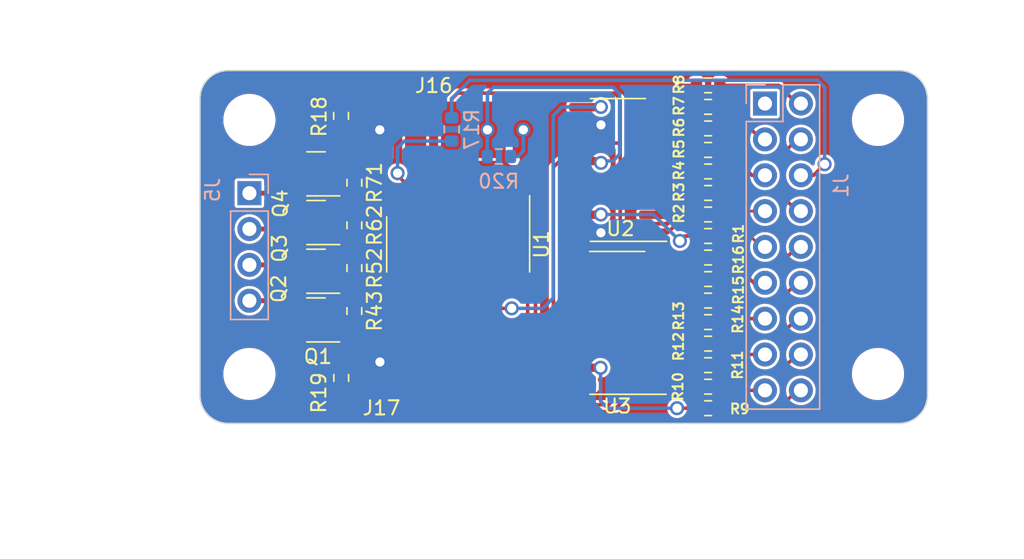
<source format=kicad_pcb>
(kicad_pcb (version 20221018) (generator pcbnew)
  (layers (0 "F.Cu" signal) (31 "B.Cu" signal) (34 "B.Paste" user) (35 "F.Paste" user) (36 "B.SilkS" user "B.Silkscreen") (37 "F.SilkS" user "F.Silkscreen") (38 "B.Mask" user) (39 "F.Mask" user) (44 "Edge.Cuts" user))
  (net 0 "")
  (net 1 "F")
  (net 3 "Net-(U1-QD)")
  (net 4 "Net-(U1-QE)")
  (net 7 "+5V")
  (net 8 "GND")
  (net 9 "Net-(Q1-B)")
  (net 10 "Net-(Q2-B)")
  (net 11 "Net-(Q3-B)")
  (net 12 "Net-(Q4-B)")
  (net 13 "Net-(U1-QB)")
  (net 14 "G")
  (net 15 "E")
  (net 16 "O")
  (net 17 "DP")
  (net 18 "N")
  (net 19 "D")
  (net 20 "P")
  (net 21 "M")
  (net 22 "H")
  (net 23 "L")
  (net 24 "I")
  (net 25 "C")
  (net 26 "J")
  (net 27 "K")
  (net 28 "A")
  (net 29 "B")
  (net 30 "DISPLAY1_GND")
  (net 31 "RCLK")
  (net 32 "SRCLK")
  (net 33 "SER_IN")
  (net 34 "SER_OUT")
  (net 35 "DISPLAY2_GND")
  (net 36 "DISPLAY3_GND")
  (net 37 "DISPLAY4_GND")
  (net 38 "Net-(U1-SER)")
  (net 39 "Net-(U2-SER)")
  (net 41 "Net-(U1-QC)")
  (net 42 "Net-(U2-QA)")
  (net 43 "Net-(U2-QB)")
  (net 44 "Net-(U2-QC)")
  (net 45 "Net-(U2-QD)")
  (net 46 "Net-(U2-QE)")
  (net 47 "Net-(U2-QF)")
  (net 48 "Net-(U2-QG)")
  (net 49 "Net-(U2-QH)")
  (net 50 "Net-(U3-QA)")
  (net 51 "Net-(U3-QB)")
  (net 52 "Net-(U3-QC)")
  (net 53 "Net-(U3-QD)")
  (net 54 "Net-(U3-QE)")
  (net 55 "Net-(U3-QF)")
  (net 56 "Net-(U3-QG)")
  (net 57 "Net-(U3-QH)")
  (net 58 "Net-(U1-QF)")
  (footprint "Package_SO:SOIC-16_3.9x9.9mm_P1.27mm" (layer "F.Cu") (at 141.585 105.545 180)
    (fp_text reference "U2" (at -0.185 -4.165 180) (layer "F.SilkS"))
    (fp_text value "74HC595")
    (pad "1" smd roundrect (at -2.475 -4.445 180) (size 1.95 0.6) (layers "F.Cu" "F.Paste" "F.Mask") (net 43 "Net-(U2-QB)"))
    (pad "2" smd roundrect (at -2.475 -3.175 180) (size 1.95 0.6) (layers "F.Cu" "F.Paste" "F.Mask") (net 44 "Net-(U2-QC)"))
    (pad "3" smd roundrect (at -2.475 -1.905 180) (size 1.95 0.6) (layers "F.Cu" "F.Paste" "F.Mask") (net 45 "Net-(U2-QD)"))
    (pad "4" smd roundrect (at -2.475 -0.635 180) (size 1.95 0.6) (layers "F.Cu" "F.Paste" "F.Mask") (net 46 "Net-(U2-QE)"))
    (pad "5" smd roundrect (at -2.475 0.635 180) (size 1.95 0.6) (layers "F.Cu" "F.Paste" "F.Mask") (net 47 "Net-(U2-QF)"))
    (pad "6" smd roundrect (at -2.475 1.905 180) (size 1.95 0.6) (layers "F.Cu" "F.Paste" "F.Mask") (net 48 "Net-(U2-QG)"))
    (pad "7" smd roundrect (at -2.475 3.175 180) (size 1.95 0.6) (layers "F.Cu" "F.Paste" "F.Mask") (net 49 "Net-(U2-QH)"))
    (pad "8" smd roundrect (at -2.475 4.445 180) (size 1.95 0.6) (layers "F.Cu" "F.Paste" "F.Mask") (net 8 "GND"))
    (pad "9" smd roundrect (at 2.475 4.445 180) (size 1.95 0.6) (layers "F.Cu" "F.Paste" "F.Mask") (net 38 "Net-(U1-SER)"))
    (pad "10" smd roundrect (at 2.475 3.175 180) (size 1.95 0.6) (layers "F.Cu" "F.Paste" "F.Mask") (net 7 "+5V"))
    (pad "11" smd roundrect (at 2.475 1.905 180) (size 1.95 0.6) (layers "F.Cu" "F.Paste" "F.Mask") (net 32 "SRCLK"))
    (pad "12" smd roundrect (at 2.475 0.635 180) (size 1.95 0.6) (layers "F.Cu" "F.Paste" "F.Mask") (net 31 "RCLK"))
    (pad "13" smd roundrect (at 2.475 -0.635 180) (size 1.95 0.6) (layers "F.Cu" "F.Paste" "F.Mask") (net 8 "GND"))
    (pad "14" smd roundrect (at 2.475 -1.905 180) (size 1.95 0.6) (layers "F.Cu" "F.Paste" "F.Mask") (net 39 "Net-(U2-SER)"))
    (pad "15" smd roundrect (at 2.475 -3.175 180) (size 1.95 0.6) (layers "F.Cu" "F.Paste" "F.Mask") (net 42 "Net-(U2-QA)"))
    (pad "16" smd roundrect (at 2.475 -4.445 180) (size 1.95 0.6) (layers "F.Cu" "F.Paste" "F.Mask") (net 7 "+5V"))
  )
  (footprint "Package_TO_SOT_SMD:SOT-23" (layer "F.Cu") (at 120.21 116.17 180)
    (fp_text reference "Q1" (at -0.14 -2.6) (layer "F.SilkS"))
    (fp_text value "MMBT3904")
    (pad "1" smd roundrect (at -0.9375 -0.95 180) (size 1.475 0.6) (layers "F.Cu" "F.Paste" "F.Mask") (net 9 "Net-(Q1-B)"))
    (pad "2" smd roundrect (at -0.9375 0.95 180) (size 1.475 0.6) (layers "F.Cu" "F.Paste" "F.Mask") (net 8 "GND"))
    (pad "3" smd roundrect (at 0.9375 0 180) (size 1.475 0.6) (layers "F.Cu" "F.Paste" "F.Mask") (net 30 "DISPLAY1_GND"))
  )
  (footprint "Package_TO_SOT_SMD:SOT-23" (layer "F.Cu") (at 120.21 112.72 180)
    (fp_text reference "Q2" (at 2.63 -1.24 90) (layer "F.SilkS"))
    (fp_text value "MMBT3904")
    (pad "1" smd roundrect (at -0.9375 -0.95 180) (size 1.475 0.6) (layers "F.Cu" "F.Paste" "F.Mask") (net 10 "Net-(Q2-B)"))
    (pad "2" smd roundrect (at -0.9375 0.95 180) (size 1.475 0.6) (layers "F.Cu" "F.Paste" "F.Mask") (net 8 "GND"))
    (pad "3" smd roundrect (at 0.9375 0 180) (size 1.475 0.6) (layers "F.Cu" "F.Paste" "F.Mask") (net 35 "DISPLAY2_GND"))
  )
  (footprint "Resistor_SMD:R_0603_1608Metric" (layer "F.Cu") (at 121.99 101.71 90)
    (fp_text reference "R18" (at -0.06 -1.55 90) (layer "F.SilkS"))
    (fp_text value "10k")
    (pad "1" smd roundrect (at -0.825 0 90) (size 0.8 0.95) (layers "F.Cu" "F.Paste" "F.Mask") (net 8 "GND"))
    (pad "2" smd roundrect (at 0.825 0 90) (size 0.8 0.95) (layers "F.Cu" "F.Paste" "F.Mask") (net 33 "SER_IN"))
  )
  (footprint "Resistor_SMD:R_0603_1608Metric" (layer "F.Cu") (at 147.975 101.075)
    (fp_text reference "R7" (at -2.065 -0.06 90) (layer "F.SilkS") (effects (font (size 0.7 0.7))))
    (fp_text value "220R")
    (pad "1" smd roundrect (at -0.825 0) (size 0.8 0.95) (layers "F.Cu" "F.Paste" "F.Mask") (net 48 "Net-(U2-QG)"))
    (pad "2" smd roundrect (at 0.825 0) (size 0.8 0.95) (layers "F.Cu" "F.Paste" "F.Mask") (net 14 "G"))
  )
  (footprint "Resistor_SMD:R_0603_1608Metric" (layer "F.Cu") (at 147.975 99.55)
    (fp_text reference "R8" (at -2.065 -0.06 90) (layer "F.SilkS") (effects (font (size 0.7 0.7))))
    (fp_text value "220R")
    (pad "1" smd roundrect (at -0.825 0) (size 0.8 0.95) (layers "F.Cu" "F.Paste" "F.Mask") (net 49 "Net-(U2-QH)"))
    (pad "2" smd roundrect (at 0.825 0) (size 0.8 0.95) (layers "F.Cu" "F.Paste" "F.Mask") (net 1 "F"))
  )
  (footprint "Resistor_SMD:R_0603_1608Metric" (layer "F.Cu") (at 147.975 104.125)
    (fp_text reference "R5" (at -2.065 -0.06 90) (layer "F.SilkS") (effects (font (size 0.7 0.7))))
    (fp_text value "220R")
    (pad "1" smd roundrect (at -0.825 0) (size 0.8 0.95) (layers "F.Cu" "F.Paste" "F.Mask") (net 46 "Net-(U2-QE)"))
    (pad "2" smd roundrect (at 0.825 0) (size 0.8 0.95) (layers "F.Cu" "F.Paste" "F.Mask") (net 16 "O"))
  )
  (footprint "Resistor_SMD:R_0603_1608Metric" (layer "F.Cu") (at 147.975 116.325)
    (fp_text reference "R13" (at -2.085 -0.435 90) (layer "F.SilkS") (effects (font (size 0.7 0.7))))
    (fp_text value "220R")
    (pad "1" smd roundrect (at -0.825 0) (size 0.8 0.95) (layers "F.Cu" "F.Paste" "F.Mask") (net 54 "Net-(U3-QE)"))
    (pad "2" smd roundrect (at 0.825 0) (size 0.8 0.95) (layers "F.Cu" "F.Paste" "F.Mask") (net 25 "C"))
  )
  (footprint "Resistor_SMD:R_0603_1608Metric" (layer "F.Cu") (at 147.975 114.8)
    (fp_text reference "R14" (at 2.105 1.32 90) (layer "F.SilkS") (effects (font (size 0.7 0.7))))
    (fp_text value "220R")
    (pad "1" smd roundrect (at -0.825 0) (size 0.8 0.95) (layers "F.Cu" "F.Paste" "F.Mask") (net 55 "Net-(U3-QF)"))
    (pad "2" smd roundrect (at 0.825 0) (size 0.8 0.95) (layers "F.Cu" "F.Paste" "F.Mask") (net 24 "I"))
  )
  (footprint "MountingHole:MountingHole_3.2mm_M3" (layer "F.Cu") (at 160 120)
    (fp_text reference "REF**" hide)
    (fp_text value "MountingHole_3.2mm_M3")
    (pad "" np_thru_hole circle (at 0 0) (size 3.2 3.2) (drill 3.2) (layers "*.Cu" "*.Mask"))
  )
  (footprint "Resistor_SMD:R_0603_1608Metric" (layer "F.Cu") (at 147.975 122.425)
    (fp_text reference "R9" (at 2.235 0.055 180) (layer "F.SilkS") (effects (font (size 0.7 0.7))))
    (fp_text value "220R")
    (pad "1" smd roundrect (at -0.825 0) (size 0.8 0.95) (layers "F.Cu" "F.Paste" "F.Mask") (net 50 "Net-(U3-QA)"))
    (pad "2" smd roundrect (at 0.825 0) (size 0.8 0.95) (layers "F.Cu" "F.Paste" "F.Mask") (net 29 "B"))
  )
  (footprint "Resistor_SMD:R_0603_1608Metric" (layer "F.Cu") (at 122.93 112.5 -90)
    (fp_text reference "R52" (at 0 -1.43 90) (layer "F.SilkS"))
    (fp_text value "220")
    (pad "1" smd roundrect (at -0.825 0 270) (size 0.8 0.95) (layers "F.Cu" "F.Paste" "F.Mask") (net 41 "Net-(U1-QC)"))
    (pad "2" smd roundrect (at 0.825 0 270) (size 0.8 0.95) (layers "F.Cu" "F.Paste" "F.Mask") (net 10 "Net-(Q2-B)"))
  )
  (footprint "Package_SO:SOIC-16_3.9x9.9mm_P1.27mm" (layer "F.Cu") (at 130.28 110.82 -90)
    (fp_text reference "U1" (at 0 -5.9 -90) (layer "F.SilkS"))
    (fp_text value "74HC595")
    (pad "1" smd roundrect (at -2.475 -4.445 270) (size 1.95 0.6) (layers "F.Cu" "F.Paste" "F.Mask") (net 13 "Net-(U1-QB)"))
    (pad "2" smd roundrect (at -2.475 -3.175 270) (size 1.95 0.6) (layers "F.Cu" "F.Paste" "F.Mask") (net 41 "Net-(U1-QC)"))
    (pad "3" smd roundrect (at -2.475 -1.905 270) (size 1.95 0.6) (layers "F.Cu" "F.Paste" "F.Mask") (net 3 "Net-(U1-QD)"))
    (pad "4" smd roundrect (at -2.475 -0.635 270) (size 1.95 0.6) (layers "F.Cu" "F.Paste" "F.Mask") (net 4 "Net-(U1-QE)"))
    (pad "5" smd roundrect (at -2.475 0.635 270) (size 1.95 0.6) (layers "F.Cu" "F.Paste" "F.Mask") (net 58 "Net-(U1-QF)"))
    (pad "6" smd roundrect (at -2.475 1.905 270) (size 1.95 0.6) (layers "F.Cu" "F.Paste" "F.Mask"))
    (pad "7" smd roundrect (at -2.475 3.175 270) (size 1.95 0.6) (layers "F.Cu" "F.Paste" "F.Mask"))
    (pad "8" smd roundrect (at -2.475 4.445 270) (size 1.95 0.6) (layers "F.Cu" "F.Paste" "F.Mask") (net 8 "GND"))
    (pad "9" smd roundrect (at 2.475 4.445 270) (size 1.95 0.6) (layers "F.Cu" "F.Paste" "F.Mask") (net 34 "SER_OUT"))
    (pad "10" smd roundrect (at 2.475 3.175 270) (size 1.95 0.6) (layers "F.Cu" "F.Paste" "F.Mask") (net 7 "+5V"))
    (pad "11" smd roundrect (at 2.475 1.905 270) (size 1.95 0.6) (layers "F.Cu" "F.Paste" "F.Mask") (net 32 "SRCLK"))
    (pad "12" smd roundrect (at 2.475 0.635 270) (size 1.95 0.6) (layers "F.Cu" "F.Paste" "F.Mask") (net 31 "RCLK"))
    (pad "13" smd roundrect (at 2.475 -0.635 270) (size 1.95 0.6) (layers "F.Cu" "F.Paste" "F.Mask") (net 8 "GND"))
    (pad "14" smd roundrect (at 2.475 -1.905 270) (size 1.95 0.6) (layers "F.Cu" "F.Paste" "F.Mask") (net 38 "Net-(U1-SER)"))
    (pad "15" smd roundrect (at 2.475 -3.175 270) (size 1.95 0.6) (layers "F.Cu" "F.Paste" "F.Mask"))
    (pad "16" smd roundrect (at 2.475 -4.445 270) (size 1.95 0.6) (layers "F.Cu" "F.Paste" "F.Mask") (net 7 "+5V"))
  )
  (footprint "Resistor_SMD:R_0603_1608Metric" (layer "F.Cu") (at 147.975 105.65)
    (fp_text reference "R4" (at -2.065 -0.06 90) (layer "F.SilkS") (effects (font (size 0.7 0.7))))
    (fp_text value "220R")
    (pad "1" smd roundrect (at -0.825 0) (size 0.8 0.95) (layers "F.Cu" "F.Paste" "F.Mask") (net 45 "Net-(U2-QD)"))
    (pad "2" smd roundrect (at 0.825 0) (size 0.8 0.95) (layers "F.Cu" "F.Paste" "F.Mask") (net 19 "D"))
  )
  (footprint "MountingHole:MountingHole_3.2mm_M3" (layer "F.Cu") (at 115.5 120)
    (fp_text reference "REF**" hide)
    (fp_text value "MountingHole_3.2mm_M3")
    (pad "" np_thru_hole circle (at 0 0) (size 3.2 3.2) (drill 3.2) (layers "*.Cu" "*.Mask"))
  )
  (footprint "Resistor_SMD:R_0603_1608Metric" (layer "F.Cu") (at 147.975 119.375)
    (fp_text reference "R11" (at 2.085 -0.005 -90) (layer "F.SilkS") (effects (font (size 0.7 0.7))))
    (fp_text value "220R")
    (pad "1" smd roundrect (at -0.825 0) (size 0.8 0.95) (layers "F.Cu" "F.Paste" "F.Mask") (net 52 "Net-(U3-QC)"))
    (pad "2" smd roundrect (at 0.825 0) (size 0.8 0.95) (layers "F.Cu" "F.Paste" "F.Mask") (net 27 "K"))
  )
  (footprint "Package_TO_SOT_SMD:SOT-23" (layer "F.Cu") (at 120.22 105.82 180)
    (fp_text reference "Q4" (at 2.53 -2.11 90) (layer "F.SilkS"))
    (fp_text value "MMBT3904")
    (pad "1" smd roundrect (at -0.9375 -0.95 180) (size 1.475 0.6) (layers "F.Cu" "F.Paste" "F.Mask") (net 12 "Net-(Q4-B)"))
    (pad "2" smd roundrect (at -0.9375 0.95 180) (size 1.475 0.6) (layers "F.Cu" "F.Paste" "F.Mask") (net 8 "GND"))
    (pad "3" smd roundrect (at 0.9375 0 180) (size 1.475 0.6) (layers "F.Cu" "F.Paste" "F.Mask") (net 37 "DISPLAY4_GND"))
  )
  (footprint "MountingHole:MountingHole_3.2mm_M3" (layer "F.Cu") (at 160 102)
    (fp_text reference "REF**" hide)
    (fp_text value "MountingHole_3.2mm_M3")
    (pad "" np_thru_hole circle (at 0 0) (size 3.2 3.2) (drill 3.2) (layers "*.Cu" "*.Mask"))
  )
  (footprint "Resistor_SMD:R_0603_1608Metric" (layer "F.Cu") (at 147.975 102.6)
    (fp_text reference "R6" (at -2.065 -0.06 90) (layer "F.SilkS") (effects (font (size 0.7 0.7))))
    (fp_text value "220R")
    (pad "1" smd roundrect (at -0.825 0) (size 0.8 0.95) (layers "F.Cu" "F.Paste" "F.Mask") (net 47 "Net-(U2-QF)"))
    (pad "2" smd roundrect (at 0.825 0) (size 0.8 0.95) (layers "F.Cu" "F.Paste" "F.Mask") (net 15 "E"))
  )
  (footprint "Resistor_SMD:R_0603_1608Metric" (layer "F.Cu") (at 122.93 115.54 -90)
    (fp_text reference "R43" (at 0 -1.43 -270) (layer "F.SilkS"))
    (fp_text value "220")
    (pad "1" smd roundrect (at -0.825 0 270) (size 0.8 0.95) (layers "F.Cu" "F.Paste" "F.Mask") (net 13 "Net-(U1-QB)"))
    (pad "2" smd roundrect (at 0.825 0 270) (size 0.8 0.95) (layers "F.Cu" "F.Paste" "F.Mask") (net 9 "Net-(Q1-B)"))
  )
  (footprint "Resistor_SMD:R_0603_1608Metric" (layer "F.Cu") (at 122.93 109.47 -90)
    (fp_text reference "R62" (at 0 -1.43 -270) (layer "F.SilkS"))
    (fp_text value "220")
    (pad "1" smd roundrect (at -0.825 0 270) (size 0.8 0.95) (layers "F.Cu" "F.Paste" "F.Mask") (net 3 "Net-(U1-QD)"))
    (pad "2" smd roundrect (at 0.825 0 270) (size 0.8 0.95) (layers "F.Cu" "F.Paste" "F.Mask") (net 11 "Net-(Q3-B)"))
  )
  (footprint "Resistor_SMD:R_0603_1608Metric" (layer "F.Cu") (at 147.975 108.7)
    (fp_text reference "R2" (at -2.065 -0.06 90) (layer "F.SilkS") (effects (font (size 0.7 0.7))))
    (fp_text value "220R")
    (pad "1" smd roundrect (at -0.825 0) (size 0.8 0.95) (layers "F.Cu" "F.Paste" "F.Mask") (net 43 "Net-(U2-QB)"))
    (pad "2" smd roundrect (at 0.825 0) (size 0.8 0.95) (layers "F.Cu" "F.Paste" "F.Mask") (net 20 "P"))
  )
  (footprint "Resistor_SMD:R_0603_1608Metric" (layer "F.Cu") (at 147.975 113.275)
    (fp_text reference "R15" (at 2.145 0.784999 90) (layer "F.SilkS") (effects (font (size 0.7 0.7))))
    (fp_text value "220R")
    (pad "1" smd roundrect (at -0.825 0) (size 0.8 0.95) (layers "F.Cu" "F.Paste" "F.Mask") (net 56 "Net-(U3-QG)"))
    (pad "2" smd roundrect (at 0.825 0) (size 0.8 0.95) (layers "F.Cu" "F.Paste" "F.Mask") (net 23 "L"))
  )
  (footprint "Resistor_SMD:R_0603_1608Metric" (layer "F.Cu") (at 122 120.28 -90)
    (fp_text reference "R19" (at 1.06 1.58 90) (layer "F.SilkS"))
    (fp_text value "10k")
    (pad "1" smd roundrect (at -0.825 0 270) (size 0.8 0.95) (layers "F.Cu" "F.Paste" "F.Mask") (net 8 "GND"))
    (pad "2" smd roundrect (at 0.825 0 270) (size 0.8 0.95) (layers "F.Cu" "F.Paste" "F.Mask") (net 32 "SRCLK"))
  )
  (footprint "Package_TO_SOT_SMD:SOT-23" (layer "F.Cu") (at 120.22 109.27 180)
    (fp_text reference "Q3" (at 2.59 -1.83 90) (layer "F.SilkS"))
    (fp_text value "MMBT3904")
    (pad "1" smd roundrect (at -0.9375 -0.95 180) (size 1.475 0.6) (layers "F.Cu" "F.Paste" "F.Mask") (net 11 "Net-(Q3-B)"))
    (pad "2" smd roundrect (at -0.9375 0.95 180) (size 1.475 0.6) (layers "F.Cu" "F.Paste" "F.Mask") (net 8 "GND"))
    (pad "3" smd roundrect (at 0.9375 0 180) (size 1.475 0.6) (layers "F.Cu" "F.Paste" "F.Mask") (net 36 "DISPLAY3_GND"))
  )
  (footprint "Resistor_SMD:R_0603_1608Metric" (layer "F.Cu") (at 147.975 111.75)
    (fp_text reference "R16" (at 2.145 0.16 90) (layer "F.SilkS") (effects (font (size 0.7 0.7))))
    (fp_text value "220R")
    (pad "1" smd roundrect (at -0.825 0) (size 0.8 0.95) (layers "F.Cu" "F.Paste" "F.Mask") (net 57 "Net-(U3-QH)"))
    (pad "2" smd roundrect (at 0.825 0) (size 0.8 0.95) (layers "F.Cu" "F.Paste" "F.Mask") (net 22 "H"))
  )
  (footprint "MountingHole:MountingHole_3.2mm_M3" (layer "F.Cu") (at 115.5 102)
    (fp_text reference "REF**" hide)
    (fp_text value "MountingHole_3.2mm_M3")
    (pad "" np_thru_hole circle (at 0 0) (size 3.2 3.2) (drill 3.2) (layers "*.Cu" "*.Mask"))
  )
  (footprint "CUSTOM_COMPONENTS:PinHeader_01x05_P2.54mm_Horizontal_SMDified" (layer "F.Cu") (at 124.74 119.15)
    (fp_text reference "J17" (at 0.11 3.26 unlocked) (layer "F.SilkS"))
    (fp_text value "BUS_OUT")
    (pad "1" smd rect (at 0 0 180) (size 1.5 4) (layers "F.Cu" "F.Paste" "F.Mask") (net 7 "+5V"))
    (pad "2" smd rect (at 2.54 0 180) (size 1.5 4) (layers "F.Cu" "F.Paste" "F.Mask") (net 34 "SER_OUT"))
    (pad "3" smd rect (at 5.08 0 180) (size 1.5 4) (layers "F.Cu" "F.Paste" "F.Mask") (net 32 "SRCLK"))
    (pad "4" smd rect (at 7.62 0 180) (size 1.5 4) (layers "F.Cu" "F.Paste" "F.Mask") (net 31 "RCLK"))
    (pad "5" smd rect (at 10.16 0 180) (size 1.5 4) (layers "F.Cu" "F.Paste" "F.Mask") (net 8 "GND"))
  )
  (footprint "Resistor_SMD:R_0603_1608Metric" (layer "F.Cu") (at 147.975 117.85)
    (fp_text reference "R12" (at -2.095 0.21 90) (layer "F.SilkS") (effects (font (size 0.7 0.7))))
    (fp_text value "220R")
    (pad "1" smd roundrect (at -0.825 0) (size 0.8 0.95) (layers "F.Cu" "F.Paste" "F.Mask") (net 53 "Net-(U3-QD)"))
    (pad "2" smd roundrect (at 0.825 0) (size 0.8 0.95) (layers "F.Cu" "F.Paste" "F.Mask") (net 26 "J"))
  )
  (footprint "Resistor_SMD:R_0603_1608Metric" (layer "F.Cu") (at 147.975 107.175)
    (fp_text reference "R3" (at -2.065 -0.06 90) (layer "F.SilkS") (effects (font (size 0.7 0.7))))
    (fp_text value "220R")
    (pad "1" smd roundrect (at -0.825 0) (size 0.8 0.95) (layers "F.Cu" "F.Paste" "F.Mask") (net 44 "Net-(U2-QC)"))
    (pad "2" smd roundrect (at 0.825 0) (size 0.8 0.95) (layers "F.Cu" "F.Paste" "F.Mask") (net 18 "N"))
  )
  (footprint "Package_SO:SOIC-16_3.9x9.9mm_P1.27mm" (layer "F.Cu") (at 141.545 116.38 180)
    (fp_text reference "U3" (at 0 -5.9 180) (layer "F.SilkS"))
    (fp_text value "74HC595")
    (pad "1" smd roundrect (at -2.475 -4.445 180) (size 1.95 0.6) (layers "F.Cu" "F.Paste" "F.Mask") (net 51 "Net-(U3-QB)"))
    (pad "2" smd roundrect (at -2.475 -3.175 180) (size 1.95 0.6) (layers "F.Cu" "F.Paste" "F.Mask") (net 52 "Net-(U3-QC)"))
    (pad "3" smd roundrect (at -2.475 -1.905 180) (size 1.95 0.6) (layers "F.Cu" "F.Paste" "F.Mask") (net 53 "Net-(U3-QD)"))
    (pad "4" smd roundrect (at -2.475 -0.635 180) (size 1.95 0.6) (layers "F.Cu" "F.Paste" "F.Mask") (net 54 "Net-(U3-QE)"))
    (pad "5" smd roundrect (at -2.475 0.635 180) (size 1.95 0.6) (layers "F.Cu" "F.Paste" "F.Mask") (net 55 "Net-(U3-QF)"))
    (pad "6" smd roundrect (at -2.475 1.905 180) (size 1.95 0.6) (layers "F.Cu" "F.Paste" "F.Mask") (net 56 "Net-(U3-QG)"))
    (pad "7" smd roundrect (at -2.475 3.175 180) (size 1.95 0.6) (layers "F.Cu" "F.Paste" "F.Mask") (net 57 "Net-(U3-QH)"))
    (pad "8" smd roundrect (at -2.475 4.445 180) (size 1.95 0.6) (layers "F.Cu" "F.Paste" "F.Mask") (net 8 "GND"))
    (pad "9" smd roundrect (at 2.475 4.445 180) (size 1.95 0.6) (layers "F.Cu" "F.Paste" "F.Mask") (net 39 "Net-(U2-SER)"))
    (pad "10" smd roundrect (at 2.475 3.175 180) (size 1.95 0.6) (layers "F.Cu" "F.Paste" "F.Mask") (net 7 "+5V"))
    (pad "11" smd roundrect (at 2.475 1.905 180) (size 1.95 0.6) (layers "F.Cu" "F.Paste" "F.Mask") (net 32 "SRCLK"))
    (pad "12" smd roundrect (at 2.475 0.635 180) (size 1.95 0.6) (layers "F.Cu" "F.Paste" "F.Mask") (net 31 "RCLK"))
    (pad "13" smd roundrect (at 2.475 -0.635 180) (size 1.95 0.6) (layers "F.Cu" "F.Paste" "F.Mask") (net 8 "GND"))
    (pad "14" smd roundrect (at 2.475 -1.905 180) (size 1.95 0.6) (layers "F.Cu" "F.Paste" "F.Mask") (net 33 "SER_IN"))
    (pad "15" smd roundrect (at 2.475 -3.175 180) (size 1.95 0.6) (layers "F.Cu" "F.Paste" "F.Mask") (net 50 "Net-(U3-QA)"))
    (pad "16" smd roundrect (at 2.475 -4.445 180) (size 1.95 0.6) (layers "F.Cu" "F.Paste" "F.Mask") (net 7 "+5V"))
  )
  (footprint "Resistor_SMD:R_0603_1608Metric" (layer "F.Cu") (at 147.975 110.225)
    (fp_text reference "R1" (at 2.145 -0.165 90) (layer "F.SilkS") (effects (font (size 0.7 0.7))))
    (fp_text value "220R")
    (pad "1" smd roundrect (at -0.825 0) (size 0.8 0.95) (layers "F.Cu" "F.Paste" "F.Mask") (net 42 "Net-(U2-QA)"))
    (pad "2" smd roundrect (at 0.825 0) (size 0.8 0.95) (layers "F.Cu" "F.Paste" "F.Mask") (net 21 "M"))
  )
  (footprint "Resistor_SMD:R_0603_1608Metric" (layer "F.Cu") (at 147.975 120.9)
    (fp_text reference "R10" (at -2.135 0 90) (layer "F.SilkS") (effects (font (size 0.7 0.7))))
    (fp_text value "220R")
    (pad "1" smd roundrect (at -0.825 0) (size 0.8 0.95) (layers "F.Cu" "F.Paste" "F.Mask") (net 51 "Net-(U3-QB)"))
    (pad "2" smd roundrect (at 0.825 0) (size 0.8 0.95) (layers "F.Cu" "F.Paste" "F.Mask") (net 28 "A"))
  )
  (footprint "CUSTOM_COMPONENTS:PinHeader_01x05_P2.54mm_Horizontal_SMDified" (layer "F.Cu") (at 134.89 102.7 180)
    (fp_text reference "J16" (at 6.34 3.13 unlocked) (layer "F.SilkS"))
    (fp_text value "BUS_IN")
    (pad "1" smd rect (at 0 0) (size 1.5 4) (layers "F.Cu" "F.Paste" "F.Mask") (net 8 "GND"))
    (pad "2" smd rect (at 2.54 0) (size 1.5 4) (layers "F.Cu" "F.Paste" "F.Mask") (net 31 "RCLK"))
    (pad "3" smd rect (at 5.08 0) (size 1.5 4) (layers "F.Cu" "F.Paste" "F.Mask") (net 32 "SRCLK"))
    (pad "4" smd rect (at 7.62 0) (size 1.5 4) (layers "F.Cu" "F.Paste" "F.Mask") (net 33 "SER_IN"))
    (pad "5" smd rect (at 10.16 0) (size 1.5 4) (layers "F.Cu" "F.Paste" "F.Mask") (net 7 "+5V"))
  )
  (footprint "Resistor_SMD:R_0603_1608Metric" (layer "F.Cu") (at 122.93 106.45 -90)
    (fp_text reference "R71" (at 0 -1.43 -270) (layer "F.SilkS"))
    (fp_text value "220")
    (pad "1" smd roundrect (at -0.825 0 270) (size 0.8 0.95) (layers "F.Cu" "F.Paste" "F.Mask") (net 4 "Net-(U1-QE)"))
    (pad "2" smd roundrect (at 0.825 0 270) (size 0.8 0.95) (layers "F.Cu" "F.Paste" "F.Mask") (net 12 "Net-(Q4-B)"))
  )
  (footprint "Resistor_SMD:R_0603_1608Metric" (layer "B.Cu") (at 129.82 102.67 90)
    (fp_text reference "R17" (at 0 1.43 90) (layer "B.SilkS") (effects (justify mirror)))
    (fp_text value "220R")
    (pad "1" smd roundrect (at -0.825 0 90) (size 0.8 0.95) (layers "B.Cu" "B.Paste" "B.Mask") (net 58 "Net-(U1-QF)"))
    (pad "2" smd roundrect (at 0.825 0 90) (size 0.8 0.95) (layers "B.Cu" "B.Paste" "B.Mask") (net 17 "DP"))
  )
  (footprint "Resistor_SMD:R_0603_1608Metric" (layer "B.Cu") (at 133.16 104.59 180)
    (fp_text reference "R20" (at 0.01 -1.76) (layer "B.SilkS") (effects (justify mirror)))
    (fp_text value "10k")
    (pad "1" smd roundrect (at -0.825 0 180) (size 0.8 0.95) (layers "B.Cu" "B.Paste" "B.Mask") (net 8 "GND"))
    (pad "2" smd roundrect (at 0.825 0 180) (size 0.8 0.95) (layers "B.Cu" "B.Paste" "B.Mask") (net 31 "RCLK"))
  )
  (footprint "Connector_PinHeader_2.54mm:PinHeader_1x04_P2.54mm_Vertical" (layer "B.Cu") (at 115.5 107.19 180)
    (fp_text reference "J5" (at 2.6 0.23 90) (layer "B.SilkS") (effects (justify mirror)))
    (fp_text value "SELECT")
    (pad "1" thru_hole rect (at 0 0 180) (size 1.7 1.7) (drill 1) (layers "*.Cu" "*.Mask") (net 37 "DISPLAY4_GND"))
    (pad "2" thru_hole oval (at 0 -2.54 180) (size 1.7 1.7) (drill 1) (layers "*.Cu" "*.Mask") (net 36 "DISPLAY3_GND"))
    (pad "3" thru_hole oval (at 0 -5.08 180) (size 1.7 1.7) (drill 1) (layers "*.Cu" "*.Mask") (net 35 "DISPLAY2_GND"))
    (pad "4" thru_hole oval (at 0 -7.62 180) (size 1.7 1.7) (drill 1) (layers "*.Cu" "*.Mask") (net 30 "DISPLAY1_GND"))
  )
  (footprint "Connector_PinSocket_2.54mm:PinSocket_2x09_P2.54mm_Vertical" (layer "B.Cu") (at 152 100.84 180)
    (fp_text reference "J1" (at -5.39 -5.81 270) (layer "B.SilkS") (effects (justify mirror)))
    (fp_text value "SEGMENTS")
    (pad "1" thru_hole rect (at 0 0 180) (size 1.7 1.7) (drill 1) (layers "*.Cu" "*.Mask"))
    (pad "2" thru_hole oval (at -2.54 0 180) (size 1.7 1.7) (drill 1) (layers "*.Cu" "*.Mask") (net 1 "F"))
    (pad "3" thru_hole oval (at 0 -2.54 180) (size 1.7 1.7) (drill 1) (layers "*.Cu" "*.Mask") (net 14 "G"))
    (pad "4" thru_hole oval (at -2.54 -2.54 180) (size 1.7 1.7) (drill 1) (layers "*.Cu" "*.Mask") (net 15 "E"))
    (pad "5" thru_hole oval (at 0 -5.08 180) (size 1.7 1.7) (drill 1) (layers "*.Cu" "*.Mask") (net 16 "O"))
    (pad "6" thru_hole oval (at -2.54 -5.08 180) (size 1.7 1.7) (drill 1) (layers "*.Cu" "*.Mask") (net 17 "DP"))
    (pad "7" thru_hole oval (at 0 -7.62 180) (size 1.7 1.7) (drill 1) (layers "*.Cu" "*.Mask") (net 18 "N"))
    (pad "8" thru_hole oval (at -2.54 -7.62 180) (size 1.7 1.7) (drill 1) (layers "*.Cu" "*.Mask") (net 19 "D"))
    (pad "9" thru_hole oval (at 0 -10.16 180) (size 1.7 1.7) (drill 1) (layers "*.Cu" "*.Mask") (net 20 "P"))
    (pad "10" thru_hole oval (at -2.54 -10.16 180) (size 1.7 1.7) (drill 1) (layers "*.Cu" "*.Mask") (net 21 "M"))
    (pad "11" thru_hole oval (at 0 -12.7 180) (size 1.7 1.7) (drill 1) (layers "*.Cu" "*.Mask") (net 22 "H"))
    (pad "12" thru_hole oval (at -2.54 -12.7 180) (size 1.7 1.7) (drill 1) (layers "*.Cu" "*.Mask") (net 23 "L"))
    (pad "13" thru_hole oval (at 0 -15.24 180) (size 1.7 1.7) (drill 1) (layers "*.Cu" "*.Mask") (net 24 "I"))
    (pad "14" thru_hole oval (at -2.54 -15.24 180) (size 1.7 1.7) (drill 1) (layers "*.Cu" "*.Mask") (net 25 "C"))
    (pad "15" thru_hole oval (at 0 -17.78 180) (size 1.7 1.7) (drill 1) (layers "*.Cu" "*.Mask") (net 26 "J"))
    (pad "16" thru_hole oval (at -2.54 -17.78 180) (size 1.7 1.7) (drill 1) (layers "*.Cu" "*.Mask") (net 27 "K"))
    (pad "17" thru_hole oval (at 0 -20.32 180) (size 1.7 1.7) (drill 1) (layers "*.Cu" "*.Mask") (net 28 "A"))
    (pad "18" thru_hole oval (at -2.54 -20.32 180) (size 1.7 1.7) (drill 1) (layers "*.Cu" "*.Mask") (net 29 "B"))
  )
  (gr_arc (start 163.5 121.5) (mid 162.914214 122.914214) (end 161.5 123.5) (stroke (width 0.1)) (layer "Edge.Cuts"))
  (gr_line (start 112 100.5) (end 112 121.5) (stroke (width 0.1)) (layer "Edge.Cuts"))
  (gr_line (start 161.5 98.5) (end 114 98.5) (stroke (width 0.1)) (layer "Edge.Cuts"))
  (gr_arc (start 114 123.5) (mid 112.585786 122.914214) (end 112 121.5) (stroke (width 0.1)) (layer "Edge.Cuts"))
  (gr_arc (start 112 100.5) (mid 112.585786 99.085786) (end 114 98.5) (stroke (width 0.1)) (layer "Edge.Cuts"))
  (gr_line (start 114 123.5) (end 161.5 123.5) (stroke (width 0.1)) (layer "Edge.Cuts"))
  (gr_line (start 163.5 121.5) (end 163.5 100.5) (stroke (width 0.1)) (layer "Edge.Cuts"))
  (gr_arc (start 161.5 98.5) (mid 162.914214 99.085786) (end 163.5 100.5) (stroke (width 0.1)) (layer "Edge.Cuts"))
  (gr_text "BlvckBytes" (at 159.9 111 90) (layer "F.Cu" knockout) (effects (font (size 1.2 1.2) (thickness 0.25) bold)))
  (segment (start 152.98 99.55) (end 154.27 100.84) (width 0.25) (layer "F.Cu") (net 1))
  (segment (start 148.8 99.55) (end 152.98 99.55) (width 0.25) (layer "F.Cu") (net 1))
  (segment (start 131.46 110.27) (end 124.57 110.27) (width 0.25) (layer "F.Cu") (net 3))
  (segment (start 132.185 108.245) (end 132.185 109.545) (width 0.25) (layer "F.Cu") (net 3))
  (segment (start 132.185 109.545) (end 131.46 110.27) (width 0.25) (layer "F.Cu") (net 3))
  (segment (start 122.945 108.645) (end 122.93 108.645) (width 0.25) (layer "F.Cu") (net 3))
  (segment (start 124.57 110.27) (end 122.945 108.645) (width 0.25) (layer "F.Cu") (net 3))
  (segment (start 125.04 109.75) (end 130.38 109.75) (width 0.25) (layer "F.Cu") (net 4))
  (segment (start 130.915 109.215) (end 130.915 108.245) (width 0.25) (layer "F.Cu") (net 4))
  (segment (start 124.21 106.26) (end 124.21 108.92) (width 0.25) (layer "F.Cu") (net 4))
  (segment (start 122.93 105.625) (end 123.575 105.625) (width 0.25) (layer "F.Cu") (net 4))
  (segment (start 130.38 109.75) (end 130.915 109.215) (width 0.25) (layer "F.Cu") (net 4))
  (segment (start 124.21 108.92) (end 125.04 109.75) (width 0.25) (layer "F.Cu") (net 4))
  (segment (start 123.575 105.625) (end 124.21 106.26) (width 0.25) (layer "F.Cu") (net 4))
  (segment (start 124.41 101.89) (end 124.4 101.9) (width 0.25) (layer "F.Cu") (net 7))
  (segment (start 137.36 118.36) (end 137.36 120.41) (width 0.25) (layer "F.Cu") (net 7))
  (segment (start 137.36 120.41) (end 137.775 120.825) (width 0.25) (layer "F.Cu") (net 7))
  (segment (start 124.74 112.55) (end 125.41 111.88) (width 0.25) (layer "F.Cu") (net 7))
  (segment (start 127.1 111.88) (end 134.48 111.88) (width 0.25) (layer "F.Cu") (net 7))
  (segment (start 140.38 109.99) (end 139.11 109.99) (width 0.25) (layer "F.Cu") (net 7))
  (segment (start 138.97 113.205) (end 140.155 113.205) (width 0.25) (layer "F.Cu") (net 7))
  (segment (start 139.01 109.99) (end 139.11 109.99) (width 0.25) (layer "F.Cu") (net 7))
  (segment (start 134.725 114.425) (end 135.2 114.9) (width 0.25) (layer "F.Cu") (net 7))
  (segment (start 137.775 120.825) (end 138.97 120.825) (width 0.25) (layer "F.Cu") (net 7))
  (segment (start 125.41 111.88) (end 127.1 111.88) (width 0.25) (layer "F.Cu") (net 7))
  (segment (start 134.48 111.88) (end 134.725 112.125) (width 0.25) (layer "F.Cu") (net 7))
  (segment (start 140.42 112.94) (end 140.42 110.03) (width 0.25) (layer "F.Cu") (net 7))
  (segment (start 140.155 113.205) (end 140.42 112.94) (width 0.25) (layer "F.Cu") (net 7))
  (segment (start 127.105 111.885) (end 127.1 111.88) (width 0.25) (layer "F.Cu") (net 7))
  (segment (start 124.74 119.15) (end 124.74 112.55) (width 0.25) (layer "F.Cu") (net 7))
  (segment (start 127.105 113.295) (end 127.105 111.885) (width 0.25) (layer "F.Cu") (net 7))
  (segment (start 135.2 114.9) (end 135.2 116.2) (width 0.25) (layer "F.Cu") (net 7))
  (segment (start 139.01 102.37) (end 140.37 102.37) (width 0.25) (layer "F.Cu") (net 7))
  (segment (start 140.42 110.03) (end 140.38 109.99) (width 0.25) (layer "F.Cu") (net 7))
  (segment (start 135.2 116.2) (end 137.36 118.36) (width 0.25) (layer "F.Cu") (net 7))
  (segment (start 140.37 102.37) (end 140.39 102.35) (width 0.25) (layer "F.Cu") (net 7))
  (segment (start 134.725 112.125) (end 134.725 114.425) (width 0.25) (layer "F.Cu") (net 7))
  (via (at 140.38 109.99) (size 1) (drill 0.65) (layers "F.Cu" "B.Cu") (net 7))
  (via (at 124.73 102.7) (size 1) (drill 0.65) (layers "F.Cu" "B.Cu") (net 7))
  (via (at 124.74 119.15) (size 1) (drill 0.65) (layers "F.Cu" "B.Cu") (net 7))
  (via (at 140.39 102.35) (size 1) (drill 0.65) (layers "F.Cu" "B.Cu") (net 7))
  (via (at 134.89 102.7) (size 1) (drill 0.65) (layers "F.Cu" "B.Cu") (net 8))
  (segment (start 134.89 104.21) (end 134.89 102.7) (width 0.25) (layer "B.Cu") (net 8))
  (segment (start 133.985 104.59) (end 134.51 104.59) (width 0.25) (layer "B.Cu") (net 8))
  (segment (start 134.51 104.59) (end 134.89 104.21) (width 0.25) (layer "B.Cu") (net 8))
  (segment (start 121.1475 117.12) (end 122.175 117.12) (width 0.25) (layer "F.Cu") (net 9))
  (segment (start 122.175 117.12) (end 122.93 116.365) (width 0.25) (layer "F.Cu") (net 9))
  (segment (start 122.165 113.325) (end 122.93 113.325) (width 0.25) (layer "F.Cu") (net 10))
  (segment (start 121.82 113.67) (end 122.165 113.325) (width 0.25) (layer "F.Cu") (net 10))
  (segment (start 121.1475 113.67) (end 121.82 113.67) (width 0.25) (layer "F.Cu") (net 10))
  (segment (start 122.16 110.31) (end 122.175 110.295) (width 0.25) (layer "F.Cu") (net 11))
  (segment (start 122.175 110.295) (end 122.93 110.295) (width 0.25) (layer "F.Cu") (net 11))
  (segment (start 121.1575 110.22) (end 122.07 110.22) (width 0.25) (layer "F.Cu") (net 11))
  (segment (start 122.07 110.22) (end 122.16 110.31) (width 0.25) (layer "F.Cu") (net 11))
  (segment (start 121.1575 106.77) (end 121.81 106.77) (width 0.25) (layer "F.Cu") (net 12))
  (segment (start 121.81 106.77) (end 122.315 107.275) (width 0.25) (layer "F.Cu") (net 12))
  (segment (start 122.315 107.275) (end 122.93 107.275) (width 0.25) (layer "F.Cu") (net 12))
  (segment (start 124.22 112.08) (end 124.22 114.36) (width 0.25) (layer "F.Cu") (net 13))
  (segment (start 123.865 114.715) (end 122.93 114.715) (width 0.25) (layer "F.Cu") (net 13))
  (segment (start 133.39 111.31) (end 124.99 111.31) (width 0.25) (layer "F.Cu") (net 13))
  (segment (start 134.725 109.975) (end 133.39 111.31) (width 0.25) (layer "F.Cu") (net 13))
  (segment (start 124.22 114.36) (end 123.865 114.715) (width 0.25) (layer "F.Cu") (net 13))
  (segment (start 124.99 111.31) (end 124.22 112.08) (width 0.25) (layer "F.Cu") (net 13))
  (segment (start 134.725 108.245) (end 134.725 109.975) (width 0.25) (layer "F.Cu") (net 13))
  (segment (start 148.8 101.075) (end 149.425 101.075) (width 0.25) (layer "F.Cu") (net 14))
  (segment (start 149.425 101.075) (end 151.73 103.38) (width 0.25) (layer "F.Cu") (net 14))
  (segment (start 148.8 102.6) (end 149.1 102.6) (width 0.25) (layer "F.Cu") (net 15))
  (segment (start 153.03 104.62) (end 154.27 103.38) (width 0.25) (layer "F.Cu") (net 15))
  (segment (start 149.1 102.6) (end 151.12 104.62) (width 0.25) (layer "F.Cu") (net 15))
  (segment (start 151.12 104.62) (end 153.03 104.62) (width 0.25) (layer "F.Cu") (net 15))
  (segment (start 151.08 105.92) (end 149.285 104.125) (width 0.25) (layer "F.Cu") (net 16))
  (segment (start 149.285 104.125) (end 148.8 104.125) (width 0.25) (layer "F.Cu") (net 16))
  (segment (start 151.73 105.92) (end 151.08 105.92) (width 0.25) (layer "F.Cu") (net 16))
  (segment (start 155.44 105.92) (end 156.22 105.14) (width 0.25) (layer "F.Cu") (net 17))
  (segment (start 154.27 105.92) (end 155.44 105.92) (width 0.25) (layer "F.Cu") (net 17))
  (via (at 156.22 105.14) (size 1) (drill 0.65) (layers "F.Cu" "B.Cu") (net 17))
  (segment (start 155.72 99.19) (end 156.22 99.69) (width 0.25) (layer "B.Cu") (net 17))
  (segment (start 131.11 99.19) (end 155.72 99.19) (width 0.25) (layer "B.Cu") (net 17))
  (segment (start 129.82 100.48) (end 131.11 99.19) (width 0.25) (layer "B.Cu") (net 17))
  (segment (start 156.22 99.69) (end 156.22 105.14) (width 0.25) (layer "B.Cu") (net 17))
  (segment (start 129.82 101.845) (end 129.82 100.48) (width 0.25) (layer "B.Cu") (net 17))
  (segment (start 150.65 108.46) (end 151.73 108.46) (width 0.2) (layer "F.Cu") (net 18))
  (segment (start 148.8 107.175) (end 149.365 107.175) (width 0.2) (layer "F.Cu") (net 18))
  (segment (start 149.365 107.175) (end 150.65 108.46) (width 0.2) (layer "F.Cu") (net 18))
  (segment (start 150.86 107.17) (end 152.98 107.17) (width 0.25) (layer "F.Cu") (net 19))
  (segment (start 152.98 107.17) (end 154.27 108.46) (width 0.25) (layer "F.Cu") (net 19))
  (segment (start 148.8 105.65) (end 149.34 105.65) (width 0.25) (layer "F.Cu") (net 19))
  (segment (start 149.34 105.65) (end 150.86 107.17) (width 0.25) (layer "F.Cu") (net 19))
  (segment (start 149.43 108.7) (end 148.8 108.7) (width 0.2) (layer "F.Cu") (net 20))
  (segment (start 151.73 111) (end 149.43 108.7) (width 0.2) (layer "F.Cu") (net 20))
  (segment (start 151.25 112.27) (end 153 112.27) (width 0.25) (layer "F.Cu") (net 21))
  (segment (start 153 112.27) (end 154.27 111) (width 0.25) (layer "F.Cu") (net 21))
  (segment (start 148.8 110.225) (end 149.205 110.225) (width 0.25) (layer "F.Cu") (net 21))
  (segment (start 149.205 110.225) (end 151.25 112.27) (width 0.25) (layer "F.Cu") (net 21))
  (segment (start 149.41 111.75) (end 148.8 111.75) (width 0.25) (layer "F.Cu") (net 22))
  (segment (start 151.73 113.54) (end 151.2 113.54) (width 0.25) (layer "F.Cu") (net 22))
  (segment (start 151.2 113.54) (end 149.41 111.75) (width 0.25) (layer "F.Cu") (net 22))
  (segment (start 153 114.81) (end 154.27 113.54) (width 0.25) (layer "F.Cu") (net 23))
  (segment (start 150.74 114.81) (end 153 114.81) (width 0.25) (layer "F.Cu") (net 23))
  (segment (start 149.205 113.275) (end 150.74 114.81) (width 0.25) (layer "F.Cu") (net 23))
  (segment (start 148.8 113.275) (end 149.205 113.275) (width 0.25) (layer "F.Cu") (net 23))
  (segment (start 148.8 114.8) (end 149.36 114.8) (width 0.25) (layer "F.Cu") (net 24))
  (segment (start 149.36 114.8) (end 150.64 116.08) (width 0.25) (layer "F.Cu") (net 24))
  (segment (start 150.64 116.08) (end 151.73 116.08) (width 0.25) (layer "F.Cu") (net 24))
  (segment (start 150.47 117.33) (end 153.02 117.33) (width 0.25) (layer "F.Cu") (net 25))
  (segment (start 153.02 117.33) (end 154.27 116.08) (width 0.25) (layer "F.Cu") (net 25))
  (segment (start 149.465 116.325) (end 150.47 117.33) (width 0.25) (layer "F.Cu") (net 25))
  (segment (start 148.8 116.325) (end 149.465 116.325) (width 0.25) (layer "F.Cu") (net 25))
  (segment (start 148.8 117.85) (end 149.65 117.85) (width 0.25) (layer "F.Cu") (net 26))
  (segment (start 149.65 117.85) (end 150.42 118.62) (width 0.25) (layer "F.Cu") (net 26))
  (segment (start 150.42 118.62) (end 151.73 118.62) (width 0.25) (layer "F.Cu") (net 26))
  (segment (start 152.99 119.9) (end 154.27 118.62) (width 0.25) (layer "F.Cu") (net 27))
  (segment (start 148.8 119.375) (end 149.915 119.375) (width 0.25) (layer "F.Cu") (net 27))
  (segment (start 149.915 119.375) (end 150.44 119.9) (width 0.25) (layer "F.Cu") (net 27))
  (segment (start 150.44 119.9) (end 152.99 119.9) (width 0.25) (layer "F.Cu") (net 27))
  (segment (start 148.8 120.9) (end 149.87 120.9) (width 0.25) (layer "F.Cu") (net 28))
  (segment (start 150.13 121.16) (end 151.73 121.16) (width 0.25) (layer "F.Cu") (net 28))
  (segment (start 149.87 120.9) (end 150.13 121.16) (width 0.25) (layer "F.Cu") (net 28))
  (segment (start 153.005 122.425) (end 154.27 121.16) (width 0.25) (layer "F.Cu") (net 29))
  (segment (start 148.8 122.425) (end 153.005 122.425) (width 0.25) (layer "F.Cu") (net 29))
  (segment (start 118.05 116.17) (end 119.2725 116.17) (width 0.35) (layer "F.Cu") (net 30))
  (segment (start 115.5 114.81) (end 116.69 114.81) (width 0.35) (layer "F.Cu") (net 30))
  (segment (start 116.69 114.81) (end 118.05 116.17) (width 0.35) (layer "F.Cu") (net 30))
  (segment (start 132.36 116.53) (end 131.63 115.8) (width 0.25) (layer "F.Cu") (net 31))
  (segment (start 131.63 115.8) (end 130.43 115.8) (width 0.25) (layer "F.Cu") (net 31))
  (segment (start 133 122.18) (end 132.36 121.54) (width 0.25) (layer "F.Cu") (net 31))
  (segment (start 141.78 121.33) (end 140.93 122.18) (width 0.25) (layer "F.Cu") (net 31))
  (segment (start 129.645 115.015) (end 129.645 113.395) (width 0.25) (layer "F.Cu") (net 31))
  (segment (start 132.36 119.15) (end 132.36 116.53) (width 0.25) (layer "F.Cu") (net 31))
  (segment (start 141.78 116.62) (end 141.78 121.33) (width 0.25) (layer "F.Cu") (net 31))
  (segment (start 140.905 115.745) (end 141.78 116.62) (width 0.25) (layer "F.Cu") (net 31))
  (segment (start 140.93 122.18) (end 133 122.18) (width 0.25) (layer "F.Cu") (net 31))
  (segment (start 137.02 115.24) (end 137.525 115.745) (width 0.25) (layer "F.Cu") (net 31))
  (segment (start 130.43 115.8) (end 129.645 115.015) (width 0.25) (layer "F.Cu") (net 31))
  (segment (start 137.02 105.35) (end 137.02 115.24) (width 0.25) (layer "F.Cu") (net 31))
  (segment (start 132.36 121.54) (end 132.36 119.15) (width 0.25) (layer "F.Cu") (net 31))
  (segment (start 137.525 115.745) (end 140.905 115.745) (width 0.25) (layer "F.Cu") (net 31))
  (segment (start 140.4 104.91) (end 137.46 104.91) (width 0.25) (layer "F.Cu") (net 31))
  (segment (start 137.46 104.91) (end 137.02 105.35) (width 0.25) (layer "F.Cu") (net 31))
  (via (at 140.39 105.04) (size 1) (drill 0.65) (layers "F.Cu" "B.Cu") (net 31))
  (via (at 132.35 102.7) (size 1) (drill 0.65) (layers "F.Cu" "B.Cu") (net 31))
  (segment (start 132.35 100.11) (end 132.35 102.7) (width 0.25) (layer "B.Cu") (net 31))
  (segment (start 140.4 104.91) (end 141.23 104.91) (width 0.25) (layer "B.Cu") (net 31))
  (segment (start 141.71 100.16) (end 141.24 99.69) (width 0.25) (layer "B.Cu") (net 31))
  (segment (start 141.71 104.43) (end 141.71 100.16) (width 0.25) (layer "B.Cu") (net 31))
  (segment (start 132.335 102.715) (end 132.35 102.7) (width 0.25) (layer "B.Cu") (net 31))
  (segment (start 132.335 104.59) (end 132.335 102.715) (width 0.25) (layer "B.Cu") (net 31))
  (segment (start 141.24 99.69) (end 132.77 99.69) (width 0.25) (layer "B.Cu") (net 31))
  (segment (start 132.77 99.69) (end 132.35 100.11) (width 0.25) (layer "B.Cu") (net 31))
  (segment (start 141.23 104.91) (end 141.71 104.43) (width 0.25) (layer "B.Cu") (net 31))
  (segment (start 141.19 122.67) (end 130.64 122.67) (width 0.25) (layer "F.Cu") (net 32))
  (segment (start 129.81 100.54) (end 130.25 100.1) (width 0.25) (layer "F.Cu") (net 32))
  (segment (start 141.74 103.64) (end 141.75 103.63) (width 0.25) (layer "F.Cu") (net 32))
  (segment (start 129.82 119.15) (end 129.82 122.65) (width 0.25) (layer "F.Cu") (net 32))
  (segment (start 141.34 100.1) (end 141.75 100.51) (width 0.25) (layer "F.Cu") (net 32))
  (segment (start 129.82 122.65) (end 129.84 122.67) (width 0.25) (layer "F.Cu") (net 32))
  (segment (start 139.01 103.64) (end 141.74 103.64) (width 0.25) (layer "F.Cu") (net 32))
  (segment (start 142.23 121.63) (end 141.19 122.67) (width 0.25) (layer "F.Cu") (net 32))
  (segment (start 141.75 115.78) (end 142.23 116.26) (width 0.25) (layer "F.Cu") (net 32))
  (segment (start 121.95 121.105) (end 122.02 121.175) (width 0.25) (layer "F.Cu") (net 32))
  (segment (start 141.75 103.63) (end 141.75 114.47) (width 0.25) (layer "F.Cu") (net 32))
  (segment (start 142.23 116.26) (end 142.23 121.63) (width 0.25) (layer "F.Cu") (net 32))
  (segment (start 129.84 122.67) (end 130.64 122.67) (width 0.25) (layer "F.Cu") (net 32))
  (segment (start 138.97 114.475) (end 141.745 114.475) (width 0.25) (layer "F.Cu") (net 32))
  (segment (start 141.75 100.51) (end 141.75 103.63) (width 0.25) (layer "F.Cu") (net 32))
  (segment (start 122.02 122.17) (end 122.52 122.67) (width 0.25) (layer "F.Cu") (net 32))
  (segment (start 122.52 122.67) (end 129.84 122.67) (width 0.25) (layer "F.Cu") (net 32))
  (segment (start 130.25 100.1) (end 141.34 100.1) (width 0.25) (layer "F.Cu") (net 32))
  (segment (start 129.82 119.15) (end 129.82 116.55) (width 0.25) (layer "F.Cu") (net 32))
  (segment (start 128.375 115.105) (end 128.375 113.395) (width 0.25) (layer "F.Cu") (net 32))
  (segment (start 141.75 114.47) (end 141.75 115.78) (width 0.25) (layer "F.Cu") (net 32))
  (segment (start 129.82 116.55) (end 128.375 115.105) (width 0.25) (layer "F.Cu") (net 32))
  (segment (start 129.81 102.7) (end 129.81 100.54) (width 0.25) (layer "F.Cu") (net 32))
  (segment (start 141.745 114.475) (end 141.75 114.47) (width 0.25) (layer "F.Cu") (net 32))
  (segment (start 122.02 121.175) (end 122.02 122.17) (width 0.25) (layer "F.Cu") (net 32))
  (segment (start 121.99 100.885) (end 121.99 100.52) (width 0.25) (layer "F.Cu") (net 33))
  (segment (start 127.72 106.06) (end 127.27 105.61) (width 0.25) (layer "F.Cu") (net 33))
  (segment (start 122.42 100.09) (end 126.9 100.09) (width 0.25) (layer "F.Cu") (net 33))
  (segment (start 135.75 106.53) (end 135.28 106.06) (width 0.25) (layer "F.Cu") (net 33))
  (segment (start 121.99 100.52) (end 122.42 100.09) (width 0.25) (layer "F.Cu") (net 33))
  (segment (start 138.97 118.285) (end 138.97 118.305) (width 0.25) (layer "F.Cu") (net 33))
  (segment (start 138.045 118.285) (end 135.75 115.99) (width 0.25) (layer "F.Cu") (net 33))
  (segment (start 126.9 100.09) (end 127.27 100.46) (width 0.25) (layer "F.Cu") (net 33))
  (segment (start 138.97 118.305) (end 138.95 118.325) (width 0.25) (layer "F.Cu") (net 33))
  (segment (start 127.27 105.61) (end 127.27 102.7) (width 0.25) (layer "F.Cu") (net 33))
  (segment (start 135.28 106.06) (end 127.72 106.06) (width 0.25) (layer "F.Cu") (net 33))
  (segment (start 127.27 100.46) (end 127.27 102.7) (width 0.25) (layer "F.Cu") (net 33))
  (segment (start 138.97 118.285) (end 138.045 118.285) (width 0.25) (layer "F.Cu") (net 33))
  (segment (start 135.75 115.99) (end 135.75 106.53) (width 0.25) (layer "F.Cu") (net 33))
  (segment (start 127.28 119.15) (end 127.28 116.34) (width 0.25) (layer "F.Cu") (net 34))
  (segment (start 127.28 116.34) (end 125.835 114.895) (width 0.25) (layer "F.Cu") (net 34))
  (segment (start 125.835 114.895) (end 125.835 113.395) (width 0.25) (layer "F.Cu") (net 34))
  (segment (start 115.5 112.27) (end 117.23 112.27) (width 0.35) (layer "F.Cu") (net 35))
  (segment (start 117.68 112.72) (end 119.2725 112.72) (width 0.35) (layer "F.Cu") (net 35))
  (segment (start 117.23 112.27) (end 117.68 112.72) (width 0.35) (layer "F.Cu") (net 35))
  (segment (start 117.28 109.73) (end 117.74 109.27) (width 0.35) (layer "F.Cu") (net 36))
  (segment (start 115.5 109.73) (end 117.28 109.73) (width 0.35) (layer "F.Cu") (net 36))
  (segment (start 117.74 109.27) (end 119.2825 109.27) (width 0.35) (layer "F.Cu") (net 36))
  (segment (start 115.5 107.19) (end 116.77 107.19) (width 0.35) (layer "F.Cu") (net 37))
  (segment (start 116.77 107.19) (end 118.14 105.82) (width 0.35) (layer "F.Cu") (net 37))
  (segment (start 118.14 105.82) (end 119.2825 105.82) (width 0.35) (layer "F.Cu") (net 37))
  (segment (start 139.01 101.1) (end 140.36 101.1) (width 0.25) (layer "F.Cu") (net 38))
  (segment (start 132.185 114.495) (end 132.185 113.395) (width 0.25) (layer "F.Cu") (net 38))
  (segment (start 134.07 115.35) (end 133.04 115.35) (width 0.25) (layer "F.Cu") (net 38))
  (segment (start 140.36 101.1) (end 140.38 101.08) (width 0.25) (layer "F.Cu") (net 38))
  (segment (start 133.04 115.35) (end 132.185 114.495) (width 0.25) (layer "F.Cu") (net 38))
  (via (at 134.07 115.35) (size 1) (drill 0.65) (layers "F.Cu" "B.Cu") (net 38))
  (via (at 140.38 101.08) (size 1) (drill 0.65) (layers "F.Cu" "B.Cu") (net 38))
  (segment (start 137.3 101.41) (end 137.01 101.7) (width 0.25) (layer "B.Cu") (net 38))
  (segment (start 136.7 114.92) (end 136.27 115.35) (width 0.25) (layer "B.Cu") (net 38))
  (segment (start 137.01 114.61) (end 136.7 114.92) (width 0.25) (layer "B.Cu") (net 38))
  (segment (start 137.63 101.08) (end 137.3 101.41) (width 0.25) (layer "B.Cu") (net 38))
  (segment (start 136.27 115.35) (end 134.07 115.35) (width 0.25) (layer "B.Cu") (net 38))
  (segment (start 137.01 101.7) (end 137.01 109.09) (width 0.25) (layer "B.Cu") (net 38))
  (segment (start 140.38 101.08) (end 137.63 101.08) (width 0.25) (layer "B.Cu") (net 38))
  (segment (start 137.01 109.09) (end 137.01 114.61) (width 0.25) (layer "B.Cu") (net 38))
  (segment (start 137.86 111.935) (end 137.525 111.6) (width 0.25) (layer "F.Cu") (net 39))
  (segment (start 137.525 107.85) (end 137.925 107.45) (width 0.25) (layer "F.Cu") (net 39))
  (segment (start 137.925 107.45) (end 139.01 107.45) (width 0.25) (layer "F.Cu") (net 39))
  (segment (start 137.525 111.6) (end 137.525 107.85) (width 0.25) (layer "F.Cu") (net 39))
  (segment (start 138.97 111.935) (end 137.86 111.935) (width 0.25) (layer "F.Cu") (net 39))
  (segment (start 123.705 111.675) (end 124.6 110.78) (width 0.25) (layer "F.Cu") (net 41))
  (segment (start 133.455 109.945) (end 133.455 108.245) (width 0.25) (layer "F.Cu") (net 41))
  (segment (start 122.93 111.675) (end 123.705 111.675) (width 0.25) (layer "F.Cu") (net 41))
  (segment (start 132.62 110.78) (end 133.455 109.945) (width 0.25) (layer "F.Cu") (net 41))
  (segment (start 124.6 110.78) (end 132.62 110.78) (width 0.25) (layer "F.Cu") (net 41))
  (segment (start 140.38 108.69) (end 139.04 108.69) (width 0.25) (layer "F.Cu") (net 42))
  (segment (start 139.04 108.69) (end 139.01 108.72) (width 0.25) (layer "F.Cu") (net 42))
  (segment (start 147.15 110.225) (end 146.325 110.225) (width 0.25) (layer "F.Cu") (net 42))
  (segment (start 146.325 110.225) (end 145.975 110.575) (width 0.25) (layer "F.Cu") (net 42))
  (via (at 145.975 110.575) (size 1) (drill 0.65) (layers "F.Cu" "B.Cu") (net 42))
  (via (at 140.38 108.7) (size 1) (drill 0.65) (layers "F.Cu" "B.Cu") (net 42))
  (segment (start 144.1 108.7) (end 140.38 108.7) (width 0.25) (layer "B.Cu") (net 42))
  (segment (start 140.345 108.72) (end 140.35 108.72) (width 0.25) (layer "B.Cu") (net 42))
  (segment (start 145.975 110.575) (end 144.1 108.7) (width 0.25) (layer "B.Cu") (net 42))
  (segment (start 140.35 108.72) (end 140.38 108.69) (width 0.25) (layer "B.Cu") (net 42))
  (segment (start 146.425 108.675) (end 147.125 108.675) (width 0.25) (layer "F.Cu") (net 43))
  (segment (start 144.06 109.99) (end 145.11 109.99) (width 0.25) (layer "F.Cu") (net 43))
  (segment (start 145.11 109.99) (end 146.425 108.675) (width 0.25) (layer "F.Cu") (net 43))
  (segment (start 147.125 108.675) (end 147.15 108.7) (width 0.25) (layer "F.Cu") (net 43))
  (segment (start 145.155 108.72) (end 146.7 107.175) (width 0.25) (layer "F.Cu") (net 44))
  (segment (start 146.7 107.175) (end 147.15 107.175) (width 0.25) (layer "F.Cu") (net 44))
  (segment (start 144.06 108.72) (end 145.155 108.72) (width 0.25) (layer "F.Cu") (net 44))
  (segment (start 146.825 105.65) (end 147.15 105.65) (width 0.25) (layer "F.Cu") (net 45))
  (segment (start 145.025 107.45) (end 146.825 105.65) (width 0.25) (layer "F.Cu") (net 45))
  (segment (start 144.06 107.45) (end 145.025 107.45) (width 0.25) (layer "F.Cu") (net 45))
  (segment (start 144.92 106.18) (end 146.975 104.125) (width 0.25) (layer "F.Cu") (net 46))
  (segment (start 146.975 104.125) (end 147.15 104.125) (width 0.25) (layer "F.Cu") (net 46))
  (segment (start 144.06 106.18) (end 144.92 106.18) (width 0.25) (layer "F.Cu") (net 46))
  (segment (start 147.15 102.625) (end 144.865 104.91) (width 0.25) (layer "F.Cu") (net 47))
  (segment (start 144.865 104.91) (end 144.06 104.91) (width 0.25) (layer "F.Cu") (net 47))
  (segment (start 147.15 102.6) (end 147.15 102.625) (width 0.25) (layer "F.Cu") (net 47))
  (segment (start 147.15 101.075) (end 146.6 101.075) (width 0.25) (layer "F.Cu") (net 48))
  (segment (start 146.6 101.075) (end 146.175 101.5) (width 0.25) (layer "F.Cu") (net 48))
  (segment (start 144.935 103.64) (end 144.06 103.64) (width 0.25) (layer "F.Cu") (net 48))
  (segment (start 146.175 101.5) (end 146.175 102.4) (width 0.25) (layer "F.Cu") (net 48))
  (segment (start 146.175 102.4) (end 144.935 103.64) (width 0.25) (layer "F.Cu") (net 48))
  (segment (start 145.23 102.37) (end 144.06 102.37) (width 0.25) (layer "F.Cu") (net 49))
  (segment (start 147.15 99.55) (end 146 99.55) (width 0.25) (layer "F.Cu") (net 49))
  (segment (start 145.55 100) (end 145.55 102.05) (width 0.25) (layer "F.Cu") (net 49))
  (segment (start 145.55 102.05) (end 145.23 102.37) (width 0.25) (layer "F.Cu") (net 49))
  (segment (start 146 99.55) (end 145.55 100) (width 0.25) (layer "F.Cu") (net 49))
  (segment (start 138.955 119.57) (end 140.53 119.57) (width 0.25) (layer "F.Cu") (net 50))
  (segment (start 138.95 119.575) (end 138.955 119.57) (width 0.25) (layer "F.Cu") (net 50))
  (segment (start 147.15 122.425) (end 145.775 122.425) (width 0.25) (layer "F.Cu") (net 50))
  (via (at 145.775 122.425) (size 1) (drill 0.65) (layers "F.Cu" "B.Cu") (net 50))
  (via (at 140.36 119.56) (size 1) (drill 0.65) (layers "F.Cu" "B.Cu") (net 50))
  (segment (start 140.53 119.57) (end 140.55 119.57) (width 0.25) (layer "B.Cu") (net 50))
  (segment (start 145.775 122.425) (end 140.865 122.425) (width 0.25) (layer "B.Cu") (net 50))
  (segment (start 140.865 122.425) (end 140.36 121.92) (width 0.25) (layer "B.Cu") (net 50))
  (segment (start 140.36 119.56) (end 140.36 121.92) (width 0.25) (layer "B.Cu") (net 50))
  (segment (start 144.02 120.825) (end 145.825 120.825) (width 0.25) (layer "F.Cu") (net 51))
  (segment (start 145.825 120.825) (end 145.9 120.9) (width 0.25) (layer "F.Cu") (net 51))
  (segment (start 145.9 120.9) (end 147.15 120.9) (width 0.25) (layer "F.Cu") (net 51))
  (segment (start 145.67 119.555) (end 145.85 119.375) (width 0.25) (layer "F.Cu") (net 52))
  (segment (start 145.85 119.375) (end 147.15 119.375) (width 0.25) (layer "F.Cu") (net 52))
  (segment (start 144.02 119.555) (end 145.67 119.555) (width 0.25) (layer "F.Cu") (net 52))
  (segment (start 145.565 118.285) (end 146 117.85) (width 0.25) (layer "F.Cu") (net 53))
  (segment (start 146 117.85) (end 147.15 117.85) (width 0.25) (layer "F.Cu") (net 53))
  (segment (start 144.02 118.285) (end 145.565 118.285) (width 0.25) (layer "F.Cu") (net 53))
  (segment (start 144.02 117.015) (end 145.41 117.015) (width 0.25) (layer "F.Cu") (net 54))
  (segment (start 145.41 117.015) (end 146.1 116.325) (width 0.25) (layer "F.Cu") (net 54))
  (segment (start 146.1 116.325) (end 147.15 116.325) (width 0.25) (layer "F.Cu") (net 54))
  (segment (start 145.38 115.745) (end 146.325 114.8) (width 0.25) (layer "F.Cu") (net 55))
  (segment (start 146.325 114.8) (end 147.15 114.8) (width 0.25) (layer "F.Cu") (net 55))
  (segment (start 144.02 115.745) (end 145.38 115.745) (width 0.25) (layer "F.Cu") (net 55))
  (segment (start 145.275 114.475) (end 146.475 113.275) (width 0.25) (layer "F.Cu") (net 56))
  (segment (start 146.475 113.275) (end 147.15 113.275) (width 0.25) (layer "F.Cu") (net 56))
  (segment (start 144.02 114.475) (end 145.275 114.475) (width 0.25) (layer "F.Cu") (net 56))
  (segment (start 146.6 111.75) (end 147.15 111.75) (width 0.25) (layer "F.Cu") (net 57))
  (segment (start 144.02 113.205) (end 145.145 113.205) (width 0.25) (layer "F.Cu") (net 57))
  (segment (start 145.145 113.205) (end 146.6 111.75) (width 0.25) (layer "F.Cu") (net 57))
  (segment (start 129.33 106.66) (end 129.645 106.975) (width 0.25) (layer "F.Cu") (net 58))
  (segment (start 125.99 105.93) (end 126.72 106.66) (width 0.25) (layer "F.Cu") (net 58))
  (segment (start 129.645 106.975) (end 129.645 108.245) (width 0.25) (layer "F.Cu") (net 58))
  (segment (start 126.72 106.66) (end 129.33 106.66) (width 0.25) (layer "F.Cu") (net 58))
  (segment (start 125.99 105.62) (end 125.99 105.93) (width 0.25) (layer "F.Cu") (net 58))
  (via (at 125.99 105.77) (size 1) (drill 0.65) (layers "F.Cu" "B.Cu") (net 58))
  (segment (start 125.99 105.62) (end 125.99 103.97) (width 0.25) (layer "B.Cu") (net 58))
  (segment (start 126.465 103.495) (end 129.82 103.495) (width 0.25) (layer "B.Cu") (net 58))
  (segment (start 125.99 103.97) (end 126.465 103.495) (width 0.25) (layer "B.Cu") (net 58))
  (zone (net 8) (net_name "GND") (layer "F.Cu") (connect_pads (clearance 0.2)) (min_thickness 0.25) (fill yes (thermal_gap 0.5) (thermal_bridge_width 0.5))
    (polygon (pts (xy 111 97.5) (xy 111 124.5) (xy 164 124.5) (xy 164 97.5)))
  )
  (zone (net 7) (net_name "+5V") (layer "B.Cu") (priority 1) (connect_pads (clearance 0.2)) (min_thickness 0.25) (fill yes (thermal_gap 0.5) (thermal_bridge_width 0.5))
    (polygon (pts (xy 111 97.5) (xy 111 124.5) (xy 164 124.5) (xy 164 97.5)))
  )
)
</source>
